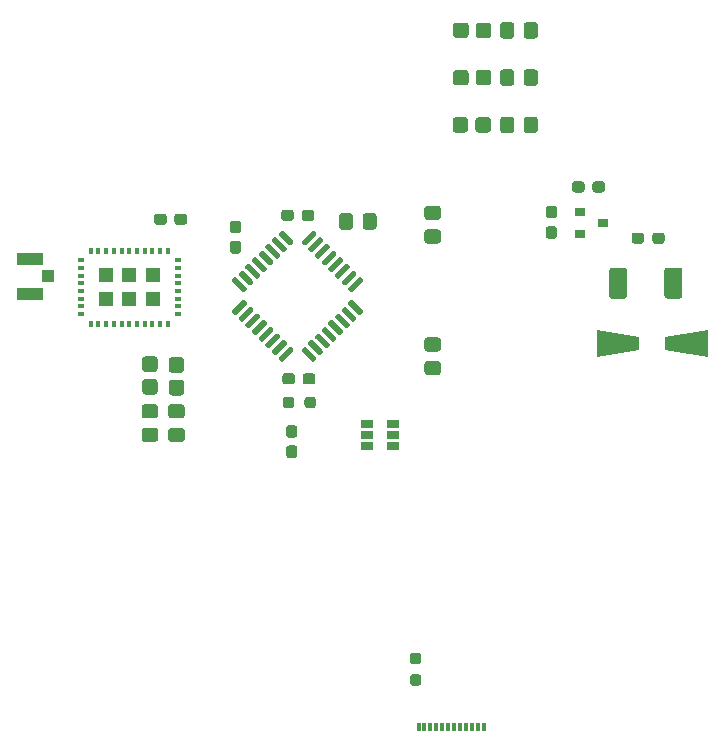
<source format=gbr>
%TF.GenerationSoftware,KiCad,Pcbnew,(5.1.10)-1*%
%TF.CreationDate,2021-07-16T13:02:24+01:00*%
%TF.ProjectId,Abhoinn_IoT_V2,4162686f-696e-46e5-9f49-6f545f56322e,rev?*%
%TF.SameCoordinates,Original*%
%TF.FileFunction,Paste,Top*%
%TF.FilePolarity,Positive*%
%FSLAX46Y46*%
G04 Gerber Fmt 4.6, Leading zero omitted, Abs format (unit mm)*
G04 Created by KiCad (PCBNEW (5.1.10)-1) date 2021-07-16 13:02:24*
%MOMM*%
%LPD*%
G01*
G04 APERTURE LIST*
%ADD10R,1.060000X0.650000*%
%ADD11R,0.900000X0.800000*%
%ADD12R,0.300000X0.700000*%
%ADD13R,2.200000X1.050000*%
%ADD14R,1.050000X1.000000*%
%ADD15R,1.200000X1.200000*%
%ADD16R,0.350000X0.500000*%
%ADD17R,0.500000X0.350000*%
%ADD18C,0.100000*%
G04 APERTURE END LIST*
%TO.C,U3*%
G36*
G01*
X144103554Y-76333095D02*
X144987437Y-75449212D01*
G75*
G02*
X145164213Y-75449212I88388J-88388D01*
G01*
X145340990Y-75625989D01*
G75*
G02*
X145340990Y-75802765I-88388J-88388D01*
G01*
X144457107Y-76686648D01*
G75*
G02*
X144280331Y-76686648I-88388J88388D01*
G01*
X144103554Y-76509871D01*
G75*
G02*
X144103554Y-76333095I88388J88388D01*
G01*
G37*
G36*
G01*
X144669239Y-76898781D02*
X145553122Y-76014898D01*
G75*
G02*
X145729898Y-76014898I88388J-88388D01*
G01*
X145906675Y-76191675D01*
G75*
G02*
X145906675Y-76368451I-88388J-88388D01*
G01*
X145022792Y-77252334D01*
G75*
G02*
X144846016Y-77252334I-88388J88388D01*
G01*
X144669239Y-77075557D01*
G75*
G02*
X144669239Y-76898781I88388J88388D01*
G01*
G37*
G36*
G01*
X145234925Y-77464466D02*
X146118808Y-76580583D01*
G75*
G02*
X146295584Y-76580583I88388J-88388D01*
G01*
X146472361Y-76757360D01*
G75*
G02*
X146472361Y-76934136I-88388J-88388D01*
G01*
X145588478Y-77818019D01*
G75*
G02*
X145411702Y-77818019I-88388J88388D01*
G01*
X145234925Y-77641242D01*
G75*
G02*
X145234925Y-77464466I88388J88388D01*
G01*
G37*
G36*
G01*
X145800610Y-78030151D02*
X146684493Y-77146268D01*
G75*
G02*
X146861269Y-77146268I88388J-88388D01*
G01*
X147038046Y-77323045D01*
G75*
G02*
X147038046Y-77499821I-88388J-88388D01*
G01*
X146154163Y-78383704D01*
G75*
G02*
X145977387Y-78383704I-88388J88388D01*
G01*
X145800610Y-78206927D01*
G75*
G02*
X145800610Y-78030151I88388J88388D01*
G01*
G37*
G36*
G01*
X146366296Y-78595837D02*
X147250179Y-77711954D01*
G75*
G02*
X147426955Y-77711954I88388J-88388D01*
G01*
X147603732Y-77888731D01*
G75*
G02*
X147603732Y-78065507I-88388J-88388D01*
G01*
X146719849Y-78949390D01*
G75*
G02*
X146543073Y-78949390I-88388J88388D01*
G01*
X146366296Y-78772613D01*
G75*
G02*
X146366296Y-78595837I88388J88388D01*
G01*
G37*
G36*
G01*
X146931981Y-79161522D02*
X147815864Y-78277639D01*
G75*
G02*
X147992640Y-78277639I88388J-88388D01*
G01*
X148169417Y-78454416D01*
G75*
G02*
X148169417Y-78631192I-88388J-88388D01*
G01*
X147285534Y-79515075D01*
G75*
G02*
X147108758Y-79515075I-88388J88388D01*
G01*
X146931981Y-79338298D01*
G75*
G02*
X146931981Y-79161522I88388J88388D01*
G01*
G37*
G36*
G01*
X147497666Y-79727208D02*
X148381549Y-78843325D01*
G75*
G02*
X148558325Y-78843325I88388J-88388D01*
G01*
X148735102Y-79020102D01*
G75*
G02*
X148735102Y-79196878I-88388J-88388D01*
G01*
X147851219Y-80080761D01*
G75*
G02*
X147674443Y-80080761I-88388J88388D01*
G01*
X147497666Y-79903984D01*
G75*
G02*
X147497666Y-79727208I88388J88388D01*
G01*
G37*
G36*
G01*
X148063352Y-80292893D02*
X148947235Y-79409010D01*
G75*
G02*
X149124011Y-79409010I88388J-88388D01*
G01*
X149300788Y-79585787D01*
G75*
G02*
X149300788Y-79762563I-88388J-88388D01*
G01*
X148416905Y-80646446D01*
G75*
G02*
X148240129Y-80646446I-88388J88388D01*
G01*
X148063352Y-80469669D01*
G75*
G02*
X148063352Y-80292893I88388J88388D01*
G01*
G37*
G36*
G01*
X148063352Y-81530331D02*
X148240129Y-81353554D01*
G75*
G02*
X148416905Y-81353554I88388J-88388D01*
G01*
X149300788Y-82237437D01*
G75*
G02*
X149300788Y-82414213I-88388J-88388D01*
G01*
X149124011Y-82590990D01*
G75*
G02*
X148947235Y-82590990I-88388J88388D01*
G01*
X148063352Y-81707107D01*
G75*
G02*
X148063352Y-81530331I88388J88388D01*
G01*
G37*
G36*
G01*
X147497666Y-82096016D02*
X147674443Y-81919239D01*
G75*
G02*
X147851219Y-81919239I88388J-88388D01*
G01*
X148735102Y-82803122D01*
G75*
G02*
X148735102Y-82979898I-88388J-88388D01*
G01*
X148558325Y-83156675D01*
G75*
G02*
X148381549Y-83156675I-88388J88388D01*
G01*
X147497666Y-82272792D01*
G75*
G02*
X147497666Y-82096016I88388J88388D01*
G01*
G37*
G36*
G01*
X146931981Y-82661702D02*
X147108758Y-82484925D01*
G75*
G02*
X147285534Y-82484925I88388J-88388D01*
G01*
X148169417Y-83368808D01*
G75*
G02*
X148169417Y-83545584I-88388J-88388D01*
G01*
X147992640Y-83722361D01*
G75*
G02*
X147815864Y-83722361I-88388J88388D01*
G01*
X146931981Y-82838478D01*
G75*
G02*
X146931981Y-82661702I88388J88388D01*
G01*
G37*
G36*
G01*
X146366296Y-83227387D02*
X146543073Y-83050610D01*
G75*
G02*
X146719849Y-83050610I88388J-88388D01*
G01*
X147603732Y-83934493D01*
G75*
G02*
X147603732Y-84111269I-88388J-88388D01*
G01*
X147426955Y-84288046D01*
G75*
G02*
X147250179Y-84288046I-88388J88388D01*
G01*
X146366296Y-83404163D01*
G75*
G02*
X146366296Y-83227387I88388J88388D01*
G01*
G37*
G36*
G01*
X145800610Y-83793073D02*
X145977387Y-83616296D01*
G75*
G02*
X146154163Y-83616296I88388J-88388D01*
G01*
X147038046Y-84500179D01*
G75*
G02*
X147038046Y-84676955I-88388J-88388D01*
G01*
X146861269Y-84853732D01*
G75*
G02*
X146684493Y-84853732I-88388J88388D01*
G01*
X145800610Y-83969849D01*
G75*
G02*
X145800610Y-83793073I88388J88388D01*
G01*
G37*
G36*
G01*
X145234925Y-84358758D02*
X145411702Y-84181981D01*
G75*
G02*
X145588478Y-84181981I88388J-88388D01*
G01*
X146472361Y-85065864D01*
G75*
G02*
X146472361Y-85242640I-88388J-88388D01*
G01*
X146295584Y-85419417D01*
G75*
G02*
X146118808Y-85419417I-88388J88388D01*
G01*
X145234925Y-84535534D01*
G75*
G02*
X145234925Y-84358758I88388J88388D01*
G01*
G37*
G36*
G01*
X144669239Y-84924443D02*
X144846016Y-84747666D01*
G75*
G02*
X145022792Y-84747666I88388J-88388D01*
G01*
X145906675Y-85631549D01*
G75*
G02*
X145906675Y-85808325I-88388J-88388D01*
G01*
X145729898Y-85985102D01*
G75*
G02*
X145553122Y-85985102I-88388J88388D01*
G01*
X144669239Y-85101219D01*
G75*
G02*
X144669239Y-84924443I88388J88388D01*
G01*
G37*
G36*
G01*
X144103554Y-85490129D02*
X144280331Y-85313352D01*
G75*
G02*
X144457107Y-85313352I88388J-88388D01*
G01*
X145340990Y-86197235D01*
G75*
G02*
X145340990Y-86374011I-88388J-88388D01*
G01*
X145164213Y-86550788D01*
G75*
G02*
X144987437Y-86550788I-88388J88388D01*
G01*
X144103554Y-85666905D01*
G75*
G02*
X144103554Y-85490129I88388J88388D01*
G01*
G37*
G36*
G01*
X142159010Y-86197235D02*
X143042893Y-85313352D01*
G75*
G02*
X143219669Y-85313352I88388J-88388D01*
G01*
X143396446Y-85490129D01*
G75*
G02*
X143396446Y-85666905I-88388J-88388D01*
G01*
X142512563Y-86550788D01*
G75*
G02*
X142335787Y-86550788I-88388J88388D01*
G01*
X142159010Y-86374011D01*
G75*
G02*
X142159010Y-86197235I88388J88388D01*
G01*
G37*
G36*
G01*
X141593325Y-85631549D02*
X142477208Y-84747666D01*
G75*
G02*
X142653984Y-84747666I88388J-88388D01*
G01*
X142830761Y-84924443D01*
G75*
G02*
X142830761Y-85101219I-88388J-88388D01*
G01*
X141946878Y-85985102D01*
G75*
G02*
X141770102Y-85985102I-88388J88388D01*
G01*
X141593325Y-85808325D01*
G75*
G02*
X141593325Y-85631549I88388J88388D01*
G01*
G37*
G36*
G01*
X141027639Y-85065864D02*
X141911522Y-84181981D01*
G75*
G02*
X142088298Y-84181981I88388J-88388D01*
G01*
X142265075Y-84358758D01*
G75*
G02*
X142265075Y-84535534I-88388J-88388D01*
G01*
X141381192Y-85419417D01*
G75*
G02*
X141204416Y-85419417I-88388J88388D01*
G01*
X141027639Y-85242640D01*
G75*
G02*
X141027639Y-85065864I88388J88388D01*
G01*
G37*
G36*
G01*
X140461954Y-84500179D02*
X141345837Y-83616296D01*
G75*
G02*
X141522613Y-83616296I88388J-88388D01*
G01*
X141699390Y-83793073D01*
G75*
G02*
X141699390Y-83969849I-88388J-88388D01*
G01*
X140815507Y-84853732D01*
G75*
G02*
X140638731Y-84853732I-88388J88388D01*
G01*
X140461954Y-84676955D01*
G75*
G02*
X140461954Y-84500179I88388J88388D01*
G01*
G37*
G36*
G01*
X139896268Y-83934493D02*
X140780151Y-83050610D01*
G75*
G02*
X140956927Y-83050610I88388J-88388D01*
G01*
X141133704Y-83227387D01*
G75*
G02*
X141133704Y-83404163I-88388J-88388D01*
G01*
X140249821Y-84288046D01*
G75*
G02*
X140073045Y-84288046I-88388J88388D01*
G01*
X139896268Y-84111269D01*
G75*
G02*
X139896268Y-83934493I88388J88388D01*
G01*
G37*
G36*
G01*
X139330583Y-83368808D02*
X140214466Y-82484925D01*
G75*
G02*
X140391242Y-82484925I88388J-88388D01*
G01*
X140568019Y-82661702D01*
G75*
G02*
X140568019Y-82838478I-88388J-88388D01*
G01*
X139684136Y-83722361D01*
G75*
G02*
X139507360Y-83722361I-88388J88388D01*
G01*
X139330583Y-83545584D01*
G75*
G02*
X139330583Y-83368808I88388J88388D01*
G01*
G37*
G36*
G01*
X138764898Y-82803122D02*
X139648781Y-81919239D01*
G75*
G02*
X139825557Y-81919239I88388J-88388D01*
G01*
X140002334Y-82096016D01*
G75*
G02*
X140002334Y-82272792I-88388J-88388D01*
G01*
X139118451Y-83156675D01*
G75*
G02*
X138941675Y-83156675I-88388J88388D01*
G01*
X138764898Y-82979898D01*
G75*
G02*
X138764898Y-82803122I88388J88388D01*
G01*
G37*
G36*
G01*
X138199212Y-82237437D02*
X139083095Y-81353554D01*
G75*
G02*
X139259871Y-81353554I88388J-88388D01*
G01*
X139436648Y-81530331D01*
G75*
G02*
X139436648Y-81707107I-88388J-88388D01*
G01*
X138552765Y-82590990D01*
G75*
G02*
X138375989Y-82590990I-88388J88388D01*
G01*
X138199212Y-82414213D01*
G75*
G02*
X138199212Y-82237437I88388J88388D01*
G01*
G37*
G36*
G01*
X138199212Y-79585787D02*
X138375989Y-79409010D01*
G75*
G02*
X138552765Y-79409010I88388J-88388D01*
G01*
X139436648Y-80292893D01*
G75*
G02*
X139436648Y-80469669I-88388J-88388D01*
G01*
X139259871Y-80646446D01*
G75*
G02*
X139083095Y-80646446I-88388J88388D01*
G01*
X138199212Y-79762563D01*
G75*
G02*
X138199212Y-79585787I88388J88388D01*
G01*
G37*
G36*
G01*
X138764898Y-79020102D02*
X138941675Y-78843325D01*
G75*
G02*
X139118451Y-78843325I88388J-88388D01*
G01*
X140002334Y-79727208D01*
G75*
G02*
X140002334Y-79903984I-88388J-88388D01*
G01*
X139825557Y-80080761D01*
G75*
G02*
X139648781Y-80080761I-88388J88388D01*
G01*
X138764898Y-79196878D01*
G75*
G02*
X138764898Y-79020102I88388J88388D01*
G01*
G37*
G36*
G01*
X139330583Y-78454416D02*
X139507360Y-78277639D01*
G75*
G02*
X139684136Y-78277639I88388J-88388D01*
G01*
X140568019Y-79161522D01*
G75*
G02*
X140568019Y-79338298I-88388J-88388D01*
G01*
X140391242Y-79515075D01*
G75*
G02*
X140214466Y-79515075I-88388J88388D01*
G01*
X139330583Y-78631192D01*
G75*
G02*
X139330583Y-78454416I88388J88388D01*
G01*
G37*
G36*
G01*
X139896268Y-77888731D02*
X140073045Y-77711954D01*
G75*
G02*
X140249821Y-77711954I88388J-88388D01*
G01*
X141133704Y-78595837D01*
G75*
G02*
X141133704Y-78772613I-88388J-88388D01*
G01*
X140956927Y-78949390D01*
G75*
G02*
X140780151Y-78949390I-88388J88388D01*
G01*
X139896268Y-78065507D01*
G75*
G02*
X139896268Y-77888731I88388J88388D01*
G01*
G37*
G36*
G01*
X140461954Y-77323045D02*
X140638731Y-77146268D01*
G75*
G02*
X140815507Y-77146268I88388J-88388D01*
G01*
X141699390Y-78030151D01*
G75*
G02*
X141699390Y-78206927I-88388J-88388D01*
G01*
X141522613Y-78383704D01*
G75*
G02*
X141345837Y-78383704I-88388J88388D01*
G01*
X140461954Y-77499821D01*
G75*
G02*
X140461954Y-77323045I88388J88388D01*
G01*
G37*
G36*
G01*
X141027639Y-76757360D02*
X141204416Y-76580583D01*
G75*
G02*
X141381192Y-76580583I88388J-88388D01*
G01*
X142265075Y-77464466D01*
G75*
G02*
X142265075Y-77641242I-88388J-88388D01*
G01*
X142088298Y-77818019D01*
G75*
G02*
X141911522Y-77818019I-88388J88388D01*
G01*
X141027639Y-76934136D01*
G75*
G02*
X141027639Y-76757360I88388J88388D01*
G01*
G37*
G36*
G01*
X141593325Y-76191675D02*
X141770102Y-76014898D01*
G75*
G02*
X141946878Y-76014898I88388J-88388D01*
G01*
X142830761Y-76898781D01*
G75*
G02*
X142830761Y-77075557I-88388J-88388D01*
G01*
X142653984Y-77252334D01*
G75*
G02*
X142477208Y-77252334I-88388J88388D01*
G01*
X141593325Y-76368451D01*
G75*
G02*
X141593325Y-76191675I88388J88388D01*
G01*
G37*
G36*
G01*
X142159010Y-75625989D02*
X142335787Y-75449212D01*
G75*
G02*
X142512563Y-75449212I88388J-88388D01*
G01*
X143396446Y-76333095D01*
G75*
G02*
X143396446Y-76509871I-88388J-88388D01*
G01*
X143219669Y-76686648D01*
G75*
G02*
X143042893Y-76686648I-88388J88388D01*
G01*
X142159010Y-75802765D01*
G75*
G02*
X142159010Y-75625989I88388J88388D01*
G01*
G37*
%TD*%
D10*
%TO.C,U2*%
X151850000Y-92750000D03*
X151850000Y-91800000D03*
X151850000Y-93700000D03*
X149650000Y-93700000D03*
X149650000Y-92750000D03*
X149650000Y-91800000D03*
%TD*%
D11*
%TO.C,U1*%
X169630000Y-74820000D03*
X167630000Y-75770000D03*
X167630000Y-73870000D03*
%TD*%
%TO.C,R9*%
G36*
G01*
X153512500Y-113012500D02*
X153987500Y-113012500D01*
G75*
G02*
X154225000Y-113250000I0J-237500D01*
G01*
X154225000Y-113750000D01*
G75*
G02*
X153987500Y-113987500I-237500J0D01*
G01*
X153512500Y-113987500D01*
G75*
G02*
X153275000Y-113750000I0J237500D01*
G01*
X153275000Y-113250000D01*
G75*
G02*
X153512500Y-113012500I237500J0D01*
G01*
G37*
G36*
G01*
X153512500Y-111187500D02*
X153987500Y-111187500D01*
G75*
G02*
X154225000Y-111425000I0J-237500D01*
G01*
X154225000Y-111925000D01*
G75*
G02*
X153987500Y-112162500I-237500J0D01*
G01*
X153512500Y-112162500D01*
G75*
G02*
X153275000Y-111925000I0J237500D01*
G01*
X153275000Y-111425000D01*
G75*
G02*
X153512500Y-111187500I237500J0D01*
G01*
G37*
%TD*%
%TO.C,R8*%
G36*
G01*
X133049999Y-92150000D02*
X133950001Y-92150000D01*
G75*
G02*
X134200000Y-92399999I0J-249999D01*
G01*
X134200000Y-93100001D01*
G75*
G02*
X133950001Y-93350000I-249999J0D01*
G01*
X133049999Y-93350000D01*
G75*
G02*
X132800000Y-93100001I0J249999D01*
G01*
X132800000Y-92399999D01*
G75*
G02*
X133049999Y-92150000I249999J0D01*
G01*
G37*
G36*
G01*
X133049999Y-90150000D02*
X133950001Y-90150000D01*
G75*
G02*
X134200000Y-90399999I0J-249999D01*
G01*
X134200000Y-91100001D01*
G75*
G02*
X133950001Y-91350000I-249999J0D01*
G01*
X133049999Y-91350000D01*
G75*
G02*
X132800000Y-91100001I0J249999D01*
G01*
X132800000Y-90399999D01*
G75*
G02*
X133049999Y-90150000I249999J0D01*
G01*
G37*
%TD*%
%TO.C,R7*%
G36*
G01*
X130799999Y-92150000D02*
X131700001Y-92150000D01*
G75*
G02*
X131950000Y-92399999I0J-249999D01*
G01*
X131950000Y-93100001D01*
G75*
G02*
X131700001Y-93350000I-249999J0D01*
G01*
X130799999Y-93350000D01*
G75*
G02*
X130550000Y-93100001I0J249999D01*
G01*
X130550000Y-92399999D01*
G75*
G02*
X130799999Y-92150000I249999J0D01*
G01*
G37*
G36*
G01*
X130799999Y-90150000D02*
X131700001Y-90150000D01*
G75*
G02*
X131950000Y-90399999I0J-249999D01*
G01*
X131950000Y-91100001D01*
G75*
G02*
X131700001Y-91350000I-249999J0D01*
G01*
X130799999Y-91350000D01*
G75*
G02*
X130550000Y-91100001I0J249999D01*
G01*
X130550000Y-90399999D01*
G75*
G02*
X130799999Y-90150000I249999J0D01*
G01*
G37*
%TD*%
%TO.C,R6*%
G36*
G01*
X154743999Y-75346000D02*
X155644001Y-75346000D01*
G75*
G02*
X155894000Y-75595999I0J-249999D01*
G01*
X155894000Y-76296001D01*
G75*
G02*
X155644001Y-76546000I-249999J0D01*
G01*
X154743999Y-76546000D01*
G75*
G02*
X154494000Y-76296001I0J249999D01*
G01*
X154494000Y-75595999D01*
G75*
G02*
X154743999Y-75346000I249999J0D01*
G01*
G37*
G36*
G01*
X154743999Y-73346000D02*
X155644001Y-73346000D01*
G75*
G02*
X155894000Y-73595999I0J-249999D01*
G01*
X155894000Y-74296001D01*
G75*
G02*
X155644001Y-74546000I-249999J0D01*
G01*
X154743999Y-74546000D01*
G75*
G02*
X154494000Y-74296001I0J249999D01*
G01*
X154494000Y-73595999D01*
G75*
G02*
X154743999Y-73346000I249999J0D01*
G01*
G37*
%TD*%
%TO.C,R5*%
G36*
G01*
X155644001Y-85690000D02*
X154743999Y-85690000D01*
G75*
G02*
X154494000Y-85440001I0J249999D01*
G01*
X154494000Y-84739999D01*
G75*
G02*
X154743999Y-84490000I249999J0D01*
G01*
X155644001Y-84490000D01*
G75*
G02*
X155894000Y-84739999I0J-249999D01*
G01*
X155894000Y-85440001D01*
G75*
G02*
X155644001Y-85690000I-249999J0D01*
G01*
G37*
G36*
G01*
X155644001Y-87690000D02*
X154743999Y-87690000D01*
G75*
G02*
X154494000Y-87440001I0J249999D01*
G01*
X154494000Y-86739999D01*
G75*
G02*
X154743999Y-86490000I249999J0D01*
G01*
X155644001Y-86490000D01*
G75*
G02*
X155894000Y-86739999I0J-249999D01*
G01*
X155894000Y-87440001D01*
G75*
G02*
X155644001Y-87690000I-249999J0D01*
G01*
G37*
%TD*%
%TO.C,R4*%
G36*
G01*
X162900000Y-62950001D02*
X162900000Y-62049999D01*
G75*
G02*
X163149999Y-61800000I249999J0D01*
G01*
X163850001Y-61800000D01*
G75*
G02*
X164100000Y-62049999I0J-249999D01*
G01*
X164100000Y-62950001D01*
G75*
G02*
X163850001Y-63200000I-249999J0D01*
G01*
X163149999Y-63200000D01*
G75*
G02*
X162900000Y-62950001I0J249999D01*
G01*
G37*
G36*
G01*
X160900000Y-62950001D02*
X160900000Y-62049999D01*
G75*
G02*
X161149999Y-61800000I249999J0D01*
G01*
X161850001Y-61800000D01*
G75*
G02*
X162100000Y-62049999I0J-249999D01*
G01*
X162100000Y-62950001D01*
G75*
G02*
X161850001Y-63200000I-249999J0D01*
G01*
X161149999Y-63200000D01*
G75*
G02*
X160900000Y-62950001I0J249999D01*
G01*
G37*
%TD*%
%TO.C,R3*%
G36*
G01*
X162900000Y-58950001D02*
X162900000Y-58049999D01*
G75*
G02*
X163149999Y-57800000I249999J0D01*
G01*
X163850001Y-57800000D01*
G75*
G02*
X164100000Y-58049999I0J-249999D01*
G01*
X164100000Y-58950001D01*
G75*
G02*
X163850001Y-59200000I-249999J0D01*
G01*
X163149999Y-59200000D01*
G75*
G02*
X162900000Y-58950001I0J249999D01*
G01*
G37*
G36*
G01*
X160900000Y-58950001D02*
X160900000Y-58049999D01*
G75*
G02*
X161149999Y-57800000I249999J0D01*
G01*
X161850001Y-57800000D01*
G75*
G02*
X162100000Y-58049999I0J-249999D01*
G01*
X162100000Y-58950001D01*
G75*
G02*
X161850001Y-59200000I-249999J0D01*
G01*
X161149999Y-59200000D01*
G75*
G02*
X160900000Y-58950001I0J249999D01*
G01*
G37*
%TD*%
%TO.C,R2*%
G36*
G01*
X162900000Y-66950001D02*
X162900000Y-66049999D01*
G75*
G02*
X163149999Y-65800000I249999J0D01*
G01*
X163850001Y-65800000D01*
G75*
G02*
X164100000Y-66049999I0J-249999D01*
G01*
X164100000Y-66950001D01*
G75*
G02*
X163850001Y-67200000I-249999J0D01*
G01*
X163149999Y-67200000D01*
G75*
G02*
X162900000Y-66950001I0J249999D01*
G01*
G37*
G36*
G01*
X160900000Y-66950001D02*
X160900000Y-66049999D01*
G75*
G02*
X161149999Y-65800000I249999J0D01*
G01*
X161850001Y-65800000D01*
G75*
G02*
X162100000Y-66049999I0J-249999D01*
G01*
X162100000Y-66950001D01*
G75*
G02*
X161850001Y-67200000I-249999J0D01*
G01*
X161149999Y-67200000D01*
G75*
G02*
X160900000Y-66950001I0J249999D01*
G01*
G37*
%TD*%
%TO.C,R1*%
G36*
G01*
X149260000Y-75126001D02*
X149260000Y-74225999D01*
G75*
G02*
X149509999Y-73976000I249999J0D01*
G01*
X150210001Y-73976000D01*
G75*
G02*
X150460000Y-74225999I0J-249999D01*
G01*
X150460000Y-75126001D01*
G75*
G02*
X150210001Y-75376000I-249999J0D01*
G01*
X149509999Y-75376000D01*
G75*
G02*
X149260000Y-75126001I0J249999D01*
G01*
G37*
G36*
G01*
X147260000Y-75126001D02*
X147260000Y-74225999D01*
G75*
G02*
X147509999Y-73976000I249999J0D01*
G01*
X148210001Y-73976000D01*
G75*
G02*
X148460000Y-74225999I0J-249999D01*
G01*
X148460000Y-75126001D01*
G75*
G02*
X148210001Y-75376000I-249999J0D01*
G01*
X147509999Y-75376000D01*
G75*
G02*
X147260000Y-75126001I0J249999D01*
G01*
G37*
%TD*%
D12*
%TO.C,P1*%
X159000000Y-117480000D03*
X157500000Y-117480000D03*
X158000000Y-117480000D03*
X158500000Y-117480000D03*
X159500000Y-117480000D03*
X157000000Y-117480000D03*
X156500000Y-117480000D03*
X156000000Y-117480000D03*
X155500000Y-117480000D03*
X155000000Y-117480000D03*
X154500000Y-117480000D03*
X154000000Y-117480000D03*
%TD*%
D13*
%TO.C,J5*%
X121124980Y-80783220D03*
D14*
X122649980Y-79308220D03*
D13*
X121124980Y-77833220D03*
%TD*%
D15*
%TO.C,IC1*%
X131500000Y-81250000D03*
X131500000Y-79250000D03*
X129500000Y-81250000D03*
X129500000Y-79250000D03*
X127500000Y-81250000D03*
X127500000Y-79250000D03*
D16*
X126250000Y-77150000D03*
X126900000Y-77150000D03*
X127550000Y-77150000D03*
X128200000Y-77150000D03*
X128850000Y-77150000D03*
X129500000Y-77150000D03*
X130150000Y-77150000D03*
X130800000Y-77150000D03*
X131450000Y-77150000D03*
X132100000Y-77150000D03*
X132750000Y-77150000D03*
D17*
X133600000Y-77975000D03*
X133600000Y-78625000D03*
X133600000Y-79275000D03*
X133600000Y-79925000D03*
X133600000Y-80575000D03*
X133600000Y-81225000D03*
X133600000Y-81875000D03*
X133600000Y-82525000D03*
D16*
X132750000Y-83350000D03*
X132100000Y-83350000D03*
X131450000Y-83350000D03*
X130800000Y-83350000D03*
X130150000Y-83350000D03*
X129500000Y-83350000D03*
X128850000Y-83350000D03*
X128200000Y-83350000D03*
X127550000Y-83350000D03*
X126900000Y-83350000D03*
X126250000Y-83350000D03*
D17*
X125400000Y-82525000D03*
X125400000Y-81875000D03*
X125400000Y-81225000D03*
X125400000Y-80575000D03*
X125400000Y-79925000D03*
X125400000Y-79275000D03*
X125400000Y-78625000D03*
X125400000Y-77975000D03*
%TD*%
%TO.C,FB1*%
G36*
G01*
X173790000Y-76327500D02*
X173790000Y-75852500D01*
G75*
G02*
X174027500Y-75615000I237500J0D01*
G01*
X174602500Y-75615000D01*
G75*
G02*
X174840000Y-75852500I0J-237500D01*
G01*
X174840000Y-76327500D01*
G75*
G02*
X174602500Y-76565000I-237500J0D01*
G01*
X174027500Y-76565000D01*
G75*
G02*
X173790000Y-76327500I0J237500D01*
G01*
G37*
G36*
G01*
X172040000Y-76327500D02*
X172040000Y-75852500D01*
G75*
G02*
X172277500Y-75615000I237500J0D01*
G01*
X172852500Y-75615000D01*
G75*
G02*
X173090000Y-75852500I0J-237500D01*
G01*
X173090000Y-76327500D01*
G75*
G02*
X172852500Y-76565000I-237500J0D01*
G01*
X172277500Y-76565000D01*
G75*
G02*
X172040000Y-76327500I0J237500D01*
G01*
G37*
%TD*%
%TO.C,F1*%
G36*
G01*
X174812500Y-80975001D02*
X174812500Y-78824999D01*
G75*
G02*
X175062499Y-78575000I249999J0D01*
G01*
X176087501Y-78575000D01*
G75*
G02*
X176337500Y-78824999I0J-249999D01*
G01*
X176337500Y-80975001D01*
G75*
G02*
X176087501Y-81225000I-249999J0D01*
G01*
X175062499Y-81225000D01*
G75*
G02*
X174812500Y-80975001I0J249999D01*
G01*
G37*
G36*
G01*
X170137500Y-80975001D02*
X170137500Y-78824999D01*
G75*
G02*
X170387499Y-78575000I249999J0D01*
G01*
X171412501Y-78575000D01*
G75*
G02*
X171662500Y-78824999I0J-249999D01*
G01*
X171662500Y-80975001D01*
G75*
G02*
X171412501Y-81225000I-249999J0D01*
G01*
X170387499Y-81225000D01*
G75*
G02*
X170137500Y-80975001I0J249999D01*
G01*
G37*
%TD*%
%TO.C,D6*%
G36*
G01*
X133900000Y-87487500D02*
X133100000Y-87487500D01*
G75*
G02*
X132850000Y-87237500I0J250000D01*
G01*
X132850000Y-86412500D01*
G75*
G02*
X133100000Y-86162500I250000J0D01*
G01*
X133900000Y-86162500D01*
G75*
G02*
X134150000Y-86412500I0J-250000D01*
G01*
X134150000Y-87237500D01*
G75*
G02*
X133900000Y-87487500I-250000J0D01*
G01*
G37*
G36*
G01*
X133900000Y-89412500D02*
X133100000Y-89412500D01*
G75*
G02*
X132850000Y-89162500I0J250000D01*
G01*
X132850000Y-88337500D01*
G75*
G02*
X133100000Y-88087500I250000J0D01*
G01*
X133900000Y-88087500D01*
G75*
G02*
X134150000Y-88337500I0J-250000D01*
G01*
X134150000Y-89162500D01*
G75*
G02*
X133900000Y-89412500I-250000J0D01*
G01*
G37*
%TD*%
%TO.C,D5*%
G36*
G01*
X131650000Y-87412500D02*
X130850000Y-87412500D01*
G75*
G02*
X130600000Y-87162500I0J250000D01*
G01*
X130600000Y-86337500D01*
G75*
G02*
X130850000Y-86087500I250000J0D01*
G01*
X131650000Y-86087500D01*
G75*
G02*
X131900000Y-86337500I0J-250000D01*
G01*
X131900000Y-87162500D01*
G75*
G02*
X131650000Y-87412500I-250000J0D01*
G01*
G37*
G36*
G01*
X131650000Y-89337500D02*
X130850000Y-89337500D01*
G75*
G02*
X130600000Y-89087500I0J250000D01*
G01*
X130600000Y-88262500D01*
G75*
G02*
X130850000Y-88012500I250000J0D01*
G01*
X131650000Y-88012500D01*
G75*
G02*
X131900000Y-88262500I0J-250000D01*
G01*
X131900000Y-89087500D01*
G75*
G02*
X131650000Y-89337500I-250000J0D01*
G01*
G37*
%TD*%
%TO.C,D4*%
G36*
G01*
X158237500Y-62100000D02*
X158237500Y-62900000D01*
G75*
G02*
X157987500Y-63150000I-250000J0D01*
G01*
X157162500Y-63150000D01*
G75*
G02*
X156912500Y-62900000I0J250000D01*
G01*
X156912500Y-62100000D01*
G75*
G02*
X157162500Y-61850000I250000J0D01*
G01*
X157987500Y-61850000D01*
G75*
G02*
X158237500Y-62100000I0J-250000D01*
G01*
G37*
G36*
G01*
X160162500Y-62100000D02*
X160162500Y-62900000D01*
G75*
G02*
X159912500Y-63150000I-250000J0D01*
G01*
X159087500Y-63150000D01*
G75*
G02*
X158837500Y-62900000I0J250000D01*
G01*
X158837500Y-62100000D01*
G75*
G02*
X159087500Y-61850000I250000J0D01*
G01*
X159912500Y-61850000D01*
G75*
G02*
X160162500Y-62100000I0J-250000D01*
G01*
G37*
%TD*%
%TO.C,D3*%
G36*
G01*
X158237500Y-58100000D02*
X158237500Y-58900000D01*
G75*
G02*
X157987500Y-59150000I-250000J0D01*
G01*
X157162500Y-59150000D01*
G75*
G02*
X156912500Y-58900000I0J250000D01*
G01*
X156912500Y-58100000D01*
G75*
G02*
X157162500Y-57850000I250000J0D01*
G01*
X157987500Y-57850000D01*
G75*
G02*
X158237500Y-58100000I0J-250000D01*
G01*
G37*
G36*
G01*
X160162500Y-58100000D02*
X160162500Y-58900000D01*
G75*
G02*
X159912500Y-59150000I-250000J0D01*
G01*
X159087500Y-59150000D01*
G75*
G02*
X158837500Y-58900000I0J250000D01*
G01*
X158837500Y-58100000D01*
G75*
G02*
X159087500Y-57850000I250000J0D01*
G01*
X159912500Y-57850000D01*
G75*
G02*
X160162500Y-58100000I0J-250000D01*
G01*
G37*
%TD*%
%TO.C,D2*%
G36*
G01*
X158200000Y-66100000D02*
X158200000Y-66900000D01*
G75*
G02*
X157950000Y-67150000I-250000J0D01*
G01*
X157125000Y-67150000D01*
G75*
G02*
X156875000Y-66900000I0J250000D01*
G01*
X156875000Y-66100000D01*
G75*
G02*
X157125000Y-65850000I250000J0D01*
G01*
X157950000Y-65850000D01*
G75*
G02*
X158200000Y-66100000I0J-250000D01*
G01*
G37*
G36*
G01*
X160125000Y-66100000D02*
X160125000Y-66900000D01*
G75*
G02*
X159875000Y-67150000I-250000J0D01*
G01*
X159050000Y-67150000D01*
G75*
G02*
X158800000Y-66900000I0J250000D01*
G01*
X158800000Y-66100000D01*
G75*
G02*
X159050000Y-65850000I250000J0D01*
G01*
X159875000Y-65850000D01*
G75*
G02*
X160125000Y-66100000I0J-250000D01*
G01*
G37*
%TD*%
D18*
%TO.C,D1*%
G36*
X178500000Y-83830000D02*
G01*
X178500000Y-86130000D01*
X174900000Y-85530000D01*
X174900000Y-84430000D01*
X178500000Y-83830000D01*
G37*
G36*
X169100000Y-86130000D02*
G01*
X169100000Y-83830000D01*
X172700000Y-84430000D01*
X172700000Y-85530000D01*
X169100000Y-86130000D01*
G37*
%TD*%
%TO.C,C8*%
G36*
G01*
X132675000Y-74262500D02*
X132675000Y-74737500D01*
G75*
G02*
X132437500Y-74975000I-237500J0D01*
G01*
X131837500Y-74975000D01*
G75*
G02*
X131600000Y-74737500I0J237500D01*
G01*
X131600000Y-74262500D01*
G75*
G02*
X131837500Y-74025000I237500J0D01*
G01*
X132437500Y-74025000D01*
G75*
G02*
X132675000Y-74262500I0J-237500D01*
G01*
G37*
G36*
G01*
X134400000Y-74262500D02*
X134400000Y-74737500D01*
G75*
G02*
X134162500Y-74975000I-237500J0D01*
G01*
X133562500Y-74975000D01*
G75*
G02*
X133325000Y-74737500I0J237500D01*
G01*
X133325000Y-74262500D01*
G75*
G02*
X133562500Y-74025000I237500J0D01*
G01*
X134162500Y-74025000D01*
G75*
G02*
X134400000Y-74262500I0J-237500D01*
G01*
G37*
%TD*%
%TO.C,C7*%
G36*
G01*
X165487500Y-74425000D02*
X165012500Y-74425000D01*
G75*
G02*
X164775000Y-74187500I0J237500D01*
G01*
X164775000Y-73587500D01*
G75*
G02*
X165012500Y-73350000I237500J0D01*
G01*
X165487500Y-73350000D01*
G75*
G02*
X165725000Y-73587500I0J-237500D01*
G01*
X165725000Y-74187500D01*
G75*
G02*
X165487500Y-74425000I-237500J0D01*
G01*
G37*
G36*
G01*
X165487500Y-76150000D02*
X165012500Y-76150000D01*
G75*
G02*
X164775000Y-75912500I0J237500D01*
G01*
X164775000Y-75312500D01*
G75*
G02*
X165012500Y-75075000I237500J0D01*
G01*
X165487500Y-75075000D01*
G75*
G02*
X165725000Y-75312500I0J-237500D01*
G01*
X165725000Y-75912500D01*
G75*
G02*
X165487500Y-76150000I-237500J0D01*
G01*
G37*
%TD*%
%TO.C,C6*%
G36*
G01*
X168062500Y-71512500D02*
X168062500Y-71987500D01*
G75*
G02*
X167825000Y-72225000I-237500J0D01*
G01*
X167225000Y-72225000D01*
G75*
G02*
X166987500Y-71987500I0J237500D01*
G01*
X166987500Y-71512500D01*
G75*
G02*
X167225000Y-71275000I237500J0D01*
G01*
X167825000Y-71275000D01*
G75*
G02*
X168062500Y-71512500I0J-237500D01*
G01*
G37*
G36*
G01*
X169787500Y-71512500D02*
X169787500Y-71987500D01*
G75*
G02*
X169550000Y-72225000I-237500J0D01*
G01*
X168950000Y-72225000D01*
G75*
G02*
X168712500Y-71987500I0J237500D01*
G01*
X168712500Y-71512500D01*
G75*
G02*
X168950000Y-71275000I237500J0D01*
G01*
X169550000Y-71275000D01*
G75*
G02*
X169787500Y-71512500I0J-237500D01*
G01*
G37*
%TD*%
%TO.C,C5*%
G36*
G01*
X138737500Y-75675000D02*
X138262500Y-75675000D01*
G75*
G02*
X138025000Y-75437500I0J237500D01*
G01*
X138025000Y-74837500D01*
G75*
G02*
X138262500Y-74600000I237500J0D01*
G01*
X138737500Y-74600000D01*
G75*
G02*
X138975000Y-74837500I0J-237500D01*
G01*
X138975000Y-75437500D01*
G75*
G02*
X138737500Y-75675000I-237500J0D01*
G01*
G37*
G36*
G01*
X138737500Y-77400000D02*
X138262500Y-77400000D01*
G75*
G02*
X138025000Y-77162500I0J237500D01*
G01*
X138025000Y-76562500D01*
G75*
G02*
X138262500Y-76325000I237500J0D01*
G01*
X138737500Y-76325000D01*
G75*
G02*
X138975000Y-76562500I0J-237500D01*
G01*
X138975000Y-77162500D01*
G75*
G02*
X138737500Y-77400000I-237500J0D01*
G01*
G37*
%TD*%
%TO.C,C4*%
G36*
G01*
X143493500Y-92993500D02*
X143018500Y-92993500D01*
G75*
G02*
X142781000Y-92756000I0J237500D01*
G01*
X142781000Y-92156000D01*
G75*
G02*
X143018500Y-91918500I237500J0D01*
G01*
X143493500Y-91918500D01*
G75*
G02*
X143731000Y-92156000I0J-237500D01*
G01*
X143731000Y-92756000D01*
G75*
G02*
X143493500Y-92993500I-237500J0D01*
G01*
G37*
G36*
G01*
X143493500Y-94718500D02*
X143018500Y-94718500D01*
G75*
G02*
X142781000Y-94481000I0J237500D01*
G01*
X142781000Y-93881000D01*
G75*
G02*
X143018500Y-93643500I237500J0D01*
G01*
X143493500Y-93643500D01*
G75*
G02*
X143731000Y-93881000I0J-237500D01*
G01*
X143731000Y-94481000D01*
G75*
G02*
X143493500Y-94718500I-237500J0D01*
G01*
G37*
%TD*%
%TO.C,C3*%
G36*
G01*
X144089000Y-74405500D02*
X144089000Y-73930500D01*
G75*
G02*
X144326500Y-73693000I237500J0D01*
G01*
X144926500Y-73693000D01*
G75*
G02*
X145164000Y-73930500I0J-237500D01*
G01*
X145164000Y-74405500D01*
G75*
G02*
X144926500Y-74643000I-237500J0D01*
G01*
X144326500Y-74643000D01*
G75*
G02*
X144089000Y-74405500I0J237500D01*
G01*
G37*
G36*
G01*
X142364000Y-74405500D02*
X142364000Y-73930500D01*
G75*
G02*
X142601500Y-73693000I237500J0D01*
G01*
X143201500Y-73693000D01*
G75*
G02*
X143439000Y-73930500I0J-237500D01*
G01*
X143439000Y-74405500D01*
G75*
G02*
X143201500Y-74643000I-237500J0D01*
G01*
X142601500Y-74643000D01*
G75*
G02*
X142364000Y-74405500I0J237500D01*
G01*
G37*
%TD*%
%TO.C,C2*%
G36*
G01*
X143537500Y-87762500D02*
X143537500Y-88237500D01*
G75*
G02*
X143300000Y-88475000I-237500J0D01*
G01*
X142700000Y-88475000D01*
G75*
G02*
X142462500Y-88237500I0J237500D01*
G01*
X142462500Y-87762500D01*
G75*
G02*
X142700000Y-87525000I237500J0D01*
G01*
X143300000Y-87525000D01*
G75*
G02*
X143537500Y-87762500I0J-237500D01*
G01*
G37*
G36*
G01*
X145262500Y-87762500D02*
X145262500Y-88237500D01*
G75*
G02*
X145025000Y-88475000I-237500J0D01*
G01*
X144425000Y-88475000D01*
G75*
G02*
X144187500Y-88237500I0J237500D01*
G01*
X144187500Y-87762500D01*
G75*
G02*
X144425000Y-87525000I237500J0D01*
G01*
X145025000Y-87525000D01*
G75*
G02*
X145262500Y-87762500I0J-237500D01*
G01*
G37*
%TD*%
%TO.C,C1*%
G36*
G01*
X143487500Y-89762500D02*
X143487500Y-90237500D01*
G75*
G02*
X143250000Y-90475000I-237500J0D01*
G01*
X142750000Y-90475000D01*
G75*
G02*
X142512500Y-90237500I0J237500D01*
G01*
X142512500Y-89762500D01*
G75*
G02*
X142750000Y-89525000I237500J0D01*
G01*
X143250000Y-89525000D01*
G75*
G02*
X143487500Y-89762500I0J-237500D01*
G01*
G37*
G36*
G01*
X145312500Y-89762500D02*
X145312500Y-90237500D01*
G75*
G02*
X145075000Y-90475000I-237500J0D01*
G01*
X144575000Y-90475000D01*
G75*
G02*
X144337500Y-90237500I0J237500D01*
G01*
X144337500Y-89762500D01*
G75*
G02*
X144575000Y-89525000I237500J0D01*
G01*
X145075000Y-89525000D01*
G75*
G02*
X145312500Y-89762500I0J-237500D01*
G01*
G37*
%TD*%
M02*

</source>
